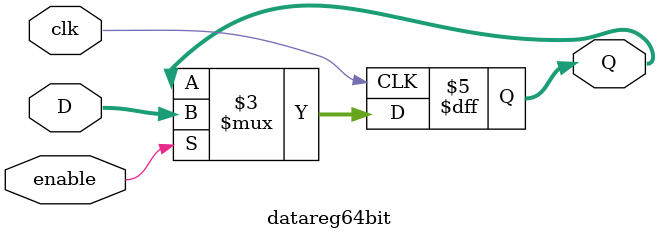
<source format=v>
`timescale 1ns / 1ps

//module 64 bit DFF with enable*/
//Note: written in RTL 
//////////////////////////////////////////////////////////////////////////////////

module datareg64bit(
    input clk,
    input [63:0] D,
    input enable,
    output reg [63:0] Q
    );
        
    
    always @ (posedge clk)
    begin
        if (enable) Q <= D;
        else Q <= Q;
    end
    
endmodule

</source>
